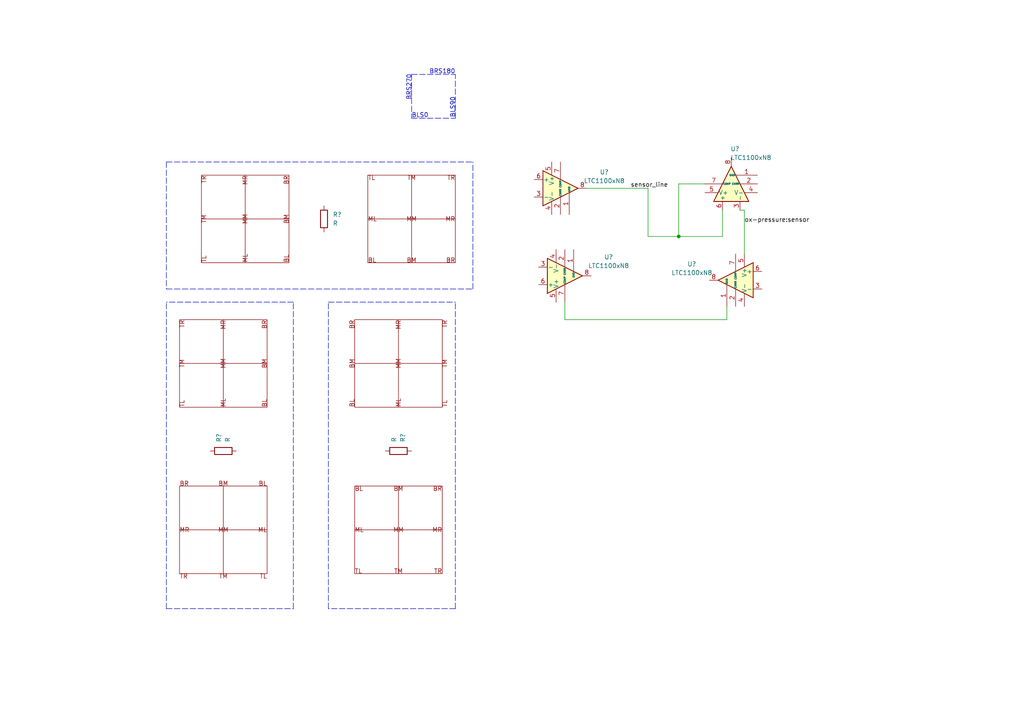
<source format=kicad_sch>
(kicad_sch (version 20211123) (generator eeschema)
  (paper "A4")
  (lib_symbols
    (symbol "Amplifier_Instrumentation:LTC1100xN8" (pin_names (offset 0.127))
      (property "Reference" "U" (at 1.27 6.35 0))
      (property "Value" "LTC1100xN8" (at 1.27 3.81 0))
      (symbol "LTC1100xN8_0_1"
        (polyline (pts (xy -5.08 5.08) (xy 5.08 0) (xy -5.08 -5.08) (xy -5.08 5.08)) (stroke (width 0.254)) (fill (type background)))
      )
      (symbol "LTC1100xN8_1_1"
        (pin input line (at 2.54 -7.62 90) (length 6.35) (name "GND") (number "1"))
        (pin input line (at 0 -7.62 90) (length 5.08) (name "CMRR") (number "2"))
        (pin input line (at -7.62 -2.54 0) (length 2.54) (name "-") (number "3"))
        (pin power_in line (at -2.54 -7.62 90) (length 3.81) (name "V-") (number "4"))
        (pin power_in line (at -2.54 7.62 270) (length 3.81) (name "V+") (number "5"))
        (pin input line (at -7.62 2.54 0) (length 2.54) (name "+") (number "6"))
        (pin input line (at 0 7.62 270) (length 5.08) (name "COMP") (number "7"))
        (pin output line (at 7.62 0 180) (length 2.54) (name "~") (number "8"))
      )
    )
    (symbol "R_1" (pin_numbers hide) (pin_names (offset 0))
      (property "Reference" "R?" (at 2.54 1.2701 0))
      (property "Value" "R_1" (at 2.54 -1.2699 0))
      (symbol "R_1_0_0"
        (text "BL" (at -10.16 -12.7 900) (effects (font (size 1.27 1.27)) (justify left bottom)))
        (text "BL" (at 12.7 -12.7 0) (effects (font (size 1.27 1.27)) (justify left bottom)))
        (text "BM" (at -10.16 0 900) (effects (font (size 1.27 1.27)) (justify bottom)))
        (text "BM" (at 25.4 -12.7 0) (effects (font (size 1.27 1.27)) (justify bottom)))
        (text "BR" (at -10.16 12.7 900) (effects (font (size 1.27 1.27)) (justify right bottom)))
        (text "BR" (at 38.1 -12.7 0) (effects (font (size 1.27 1.27)) (justify right bottom)))
        (text "ML" (at -22.86 -12.7 900) (effects (font (size 1.27 1.27)) (justify left)))
        (text "ML" (at 12.7 0 0) (effects (font (size 1.27 1.27)) (justify left)))
        (text "MM" (at -22.86 0 900) (effects (font (size 1.27 1.27))))
        (text "MM" (at 25.4 0 0) (effects (font (size 1.27 1.27))))
        (text "MR" (at -22.86 12.7 900) (effects (font (size 1.27 1.27)) (justify right)))
        (text "MR" (at 38.1 0 0) (effects (font (size 1.27 1.27)) (justify right)))
        (text "TL" (at -35.56 -12.7 900) (effects (font (size 1.27 1.27)) (justify left top)))
        (text "TL" (at 12.7 12.7 0) (effects (font (size 1.27 1.27)) (justify left top)))
        (text "TM" (at -35.56 0 900) (effects (font (size 1.27 1.27)) (justify top)))
        (text "TM" (at 25.4 12.7 0) (effects (font (size 1.27 1.27)) (justify top)))
        (text "TR" (at -35.56 12.7 900) (effects (font (size 1.27 1.27)) (justify right top)))
        (text "TR" (at 38.1 12.7 0) (effects (font (size 1.27 1.27)) (justify right top)))
      )
      (symbol "R_1_0_1"
        (rectangle (start -1.016 -2.54) (end 1.016 2.54) (stroke (width 0.254)))
        (polyline (pts (xy -35.56 0) (xy -10.16 0)))
        (polyline (pts (xy -22.86 -12.7) (xy -22.86 12.7)))
        (polyline (pts (xy 12.7 0) (xy 38.1 0)))
        (polyline (pts (xy 25.4 12.7) (xy 25.4 -12.7)))
        (polyline (pts (xy -35.56 -12.7) (xy -10.16 -12.7) (xy -10.16 12.7) (xy -35.56 12.7) (xy -35.56 -12.7)))
        (polyline (pts (xy 12.7 12.7) (xy 12.7 -12.7) (xy 38.1 -12.7) (xy 38.1 12.7) (xy 12.7 12.7)))
      )
      (symbol "R_1_1_1"
        (pin passive line (at 0 3.81 270) (length 1.27) (name "~") (number "1"))
        (pin passive line (at 0 -3.81 90) (length 1.27) (name "~") (number "2"))
      )
    )
  )
  (junction (at 196.85 68.58))
  (wire (pts (xy 215.9 60.96) (xy 214.63 60.96)))
  (wire (pts (xy 163.83 87.63) (xy 163.83 92.71)))
  (polyline (pts (xy 95.25 176.53) (xy 95.25 87.63)))
  (wire (pts (xy 210.82 92.71) (xy 210.82 88.9)))
  (wire (pts (xy 163.83 92.71) (xy 210.82 92.71)))
  (polyline (pts (xy 48.26 83.82) (xy 137.16 83.82)))
  (polyline (pts (xy 132.08 176.53) (xy 95.25 176.53)))
  (polyline (pts (xy 85.09 176.53) (xy 85.09 87.63)))
  (wire (pts (xy 204.47 53.34) (xy 196.85 53.34)))
  (wire (pts (xy 187.96 68.58) (xy 196.85 68.58)))
  (wire (pts (xy 196.85 53.34) (xy 196.85 68.58)))
  (polyline (pts (xy 48.26 46.99) (xy 137.16 46.99)))
  (polyline (pts (xy 48.26 176.53) (xy 85.09 176.53)))
  (wire (pts (xy 209.55 68.58) (xy 209.55 60.96)))
  (polyline (pts (xy 119.38 34.29) (xy 132.08 34.29)))
  (polyline (pts (xy 48.26 176.53) (xy 48.26 87.63)))
  (polyline (pts (xy 132.08 34.29) (xy 132.08 21.59)))
  (polyline (pts (xy 132.08 176.53) (xy 132.08 87.63)))
  (polyline (pts (xy 119.38 21.59) (xy 132.08 21.59)))
  (polyline (pts (xy 119.38 21.59) (xy 119.38 34.29)))
  (wire (pts (xy 196.85 68.58) (xy 209.55 68.58)))
  (wire (pts (xy 170.18 54.61) (xy 187.96 54.61)))
  (wire (pts (xy 187.96 54.61) (xy 187.96 68.58)))
  (polyline (pts (xy 95.25 87.63) (xy 132.08 87.63)))
  (polyline (pts (xy 48.26 46.99) (xy 48.26 83.82)))
  (wire (pts (xy 215.9 73.66) (xy 215.9 60.96)))
  (polyline (pts (xy 137.16 83.82) (xy 137.16 46.99)))
  (polyline (pts (xy 85.09 87.63) (xy 48.26 87.63)))
  (text "BRS180" (at 132.08 21.59 180) (effects (font (size 1.27 1.27)) (justify right bottom)))
  (text "BRS270" (at 119.38 21.59 270) (effects (font (size 1.27 1.27)) (justify right bottom)))
  (text "BLS0" (at 119.38 34.29 0) (effects (font (size 1.27 1.27)) (justify left bottom)))
  (text "BLS90" (at 132.08 34.29 90) (effects (font (size 1.27 1.27)) (justify left bottom)))
  (label "ox-pressure:sensor" (at 215.9 64.77 0))
  (label "sensor_line" (at 182.88 54.61 0))
  (symbol (lib_name "R_1") (lib_id "Device:R") (at 93.98 63.5 0) (unit 1)
    (property "Reference" "R?" (at 96.52 62.2299 0) (effects (justify left)))
    (property "Value" "R" (at 96.52 64.7699 0) (effects (justify left)))
  )
  (symbol (lib_name "R_1") (lib_id "Device:R") (at 64.77 130.81 90) (unit 1)
    (property "Reference" "R?" (at 63.4999 128.27 0) (effects (justify left)))
    (property "Value" "R" (at 66.0399 128.27 0) (effects (justify left)))
  )
  (symbol (lib_id "Amplifier_Instrumentation:LTC1100xN8") (at 163.83 80.01 0) (mirror x) (unit 1)
    (property "Reference" "U?" (at 176.53 74.5488 0))
    (property "Value" "LTC1100xN8" (at 176.53 77.0888 0))
    (property "Footprint" "Package_DIP:DIP-8_W7.62mm" (effects hide))
    (property "Datasheet" "https://www.analog.com/media/en/technical-documentation/data-sheets/1100fc.pdf" (effects hide))
  )
  (symbol (lib_name "R_1") (lib_id "Device:R") (at 115.57 130.81 270) (mirror x) (unit 1)
    (property "Reference" "R?" (at 116.8401 128.27 0) (effects (justify left)))
    (property "Value" "R" (at 114.3001 128.27 0) (effects (justify left)))
  )
  (symbol (lib_id "Amplifier_Instrumentation:LTC1100xN8") (at 212.09 53.34 90) (unit 1)
    (property "Reference" "U?" (at 211.8613 43.18 90) (effects (justify right)))
    (property "Value" "LTC1100xN8" (at 211.8613 45.72 90) (effects (justify right)))
    (property "Footprint" "Package_DIP:DIP-8_W7.62mm" (effects hide))
    (property "Datasheet" "https://www.analog.com/media/en/technical-documentation/data-sheets/1100fc.pdf" (effects hide))
  )
  (symbol (lib_id "Amplifier_Instrumentation:LTC1100xN8") (at 213.36 81.28 0) (mirror y) (unit 1)
    (property "Reference" "U?" (at 200.66 76.581 0))
    (property "Value" "LTC1100xN8" (at 200.66 79.121 0))
    (property "Footprint" "Package_DIP:DIP-8_W7.62mm" (effects hide))
    (property "Datasheet" "https://www.analog.com/media/en/technical-documentation/data-sheets/1100fc.pdf" (effects hide))
  )
  (symbol (lib_id "Amplifier_Instrumentation:LTC1100xN8") (at 162.56 54.61 0) (unit 1)
    (property "Reference" "U?" (at 175.26 49.911 0))
    (property "Value" "LTC1100xN8" (at 175.26 52.451 0))
    (property "Footprint" "Package_DIP:DIP-8_W7.62mm" (effects hide))
    (property "Datasheet" "https://www.analog.com/media/en/technical-documentation/data-sheets/1100fc.pdf" (effects hide))
  )
)
</source>
